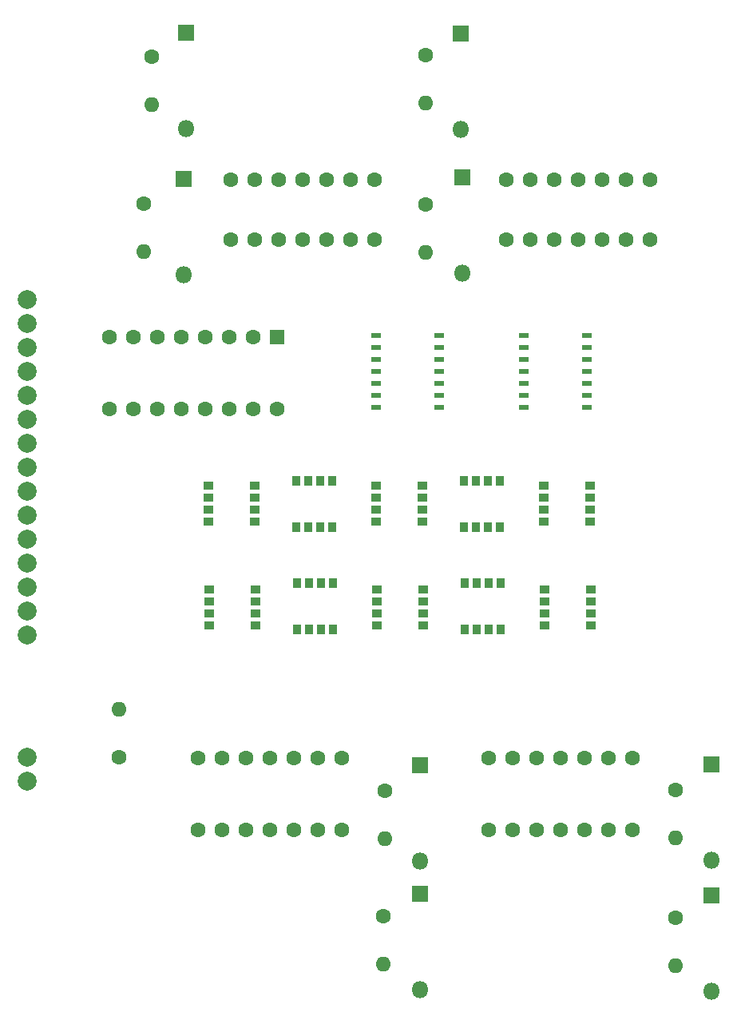
<source format=gbr>
%TF.GenerationSoftware,KiCad,Pcbnew,(5.1.7)-1*%
%TF.CreationDate,2021-02-06T18:02:14-06:00*%
%TF.ProjectId,SLEDBoard,534c4544-426f-4617-9264-2e6b69636164,v01*%
%TF.SameCoordinates,Original*%
%TF.FileFunction,Soldermask,Top*%
%TF.FilePolarity,Negative*%
%FSLAX46Y46*%
G04 Gerber Fmt 4.6, Leading zero omitted, Abs format (unit mm)*
G04 Created by KiCad (PCBNEW (5.1.7)-1) date 2021-02-06 18:02:14*
%MOMM*%
%LPD*%
G01*
G04 APERTURE LIST*
%ADD10O,1.600000X1.600000*%
%ADD11C,1.600000*%
%ADD12O,1.800000X1.800000*%
%ADD13R,1.800000X1.800000*%
%ADD14R,1.100000X0.510000*%
%ADD15R,1.600000X1.600000*%
%ADD16R,1.100000X0.900000*%
%ADD17R,0.900000X1.100000*%
%ADD18C,2.000000*%
G04 APERTURE END LIST*
D10*
%TO.C,R18*%
X48025000Y-77130000D03*
D11*
X48025000Y-72050000D03*
%TD*%
D10*
%TO.C,R16*%
X47200000Y-92705000D03*
D11*
X47200000Y-87625000D03*
%TD*%
D10*
%TO.C,R14*%
X77100000Y-76980000D03*
D11*
X77100000Y-71900000D03*
%TD*%
D10*
%TO.C,R12*%
X77100000Y-92780000D03*
D11*
X77100000Y-87700000D03*
%TD*%
D10*
%TO.C,R10*%
X103600000Y-168405000D03*
D11*
X103600000Y-163325000D03*
%TD*%
D10*
%TO.C,R8*%
X103625000Y-154855000D03*
D11*
X103625000Y-149775000D03*
%TD*%
D10*
%TO.C,R6*%
X72600000Y-168180000D03*
D11*
X72600000Y-163100000D03*
%TD*%
D10*
%TO.C,R4*%
X72759400Y-154934000D03*
D11*
X72759400Y-149854000D03*
%TD*%
D12*
%TO.C,D8*%
X51675000Y-79635000D03*
D13*
X51675000Y-69475000D03*
%TD*%
D12*
%TO.C,D7*%
X51400000Y-95135000D03*
D13*
X51400000Y-84975000D03*
%TD*%
D12*
%TO.C,D6*%
X80850000Y-79710000D03*
D13*
X80850000Y-69550000D03*
%TD*%
D12*
%TO.C,D5*%
X81000000Y-94985000D03*
D13*
X81000000Y-84825000D03*
%TD*%
D12*
%TO.C,D4*%
X107375000Y-171085000D03*
D13*
X107375000Y-160925000D03*
%TD*%
D12*
%TO.C,D3*%
X107400000Y-157235000D03*
D13*
X107400000Y-147075000D03*
%TD*%
D12*
%TO.C,D2*%
X76500000Y-170960000D03*
D13*
X76500000Y-160800000D03*
%TD*%
%TO.C,D1*%
X76500000Y-147100000D03*
D12*
X76500000Y-157260000D03*
%TD*%
D11*
%TO.C,U10*%
X71655000Y-85100000D03*
X69115000Y-85100000D03*
X66575000Y-85100000D03*
X64035000Y-85100000D03*
X61495000Y-85100000D03*
X58955000Y-85100000D03*
X56415000Y-85100000D03*
%TD*%
%TO.C,U9*%
X71655000Y-91450000D03*
X69115000Y-91450000D03*
X66575000Y-91450000D03*
X64035000Y-91450000D03*
X61495000Y-91450000D03*
X58955000Y-91450000D03*
X56415000Y-91450000D03*
%TD*%
%TO.C,U8*%
X100865000Y-85100000D03*
X98325000Y-85100000D03*
X95785000Y-85100000D03*
X93245000Y-85100000D03*
X90705000Y-85100000D03*
X88165000Y-85100000D03*
X85625000Y-85100000D03*
%TD*%
%TO.C,U7*%
X100865000Y-91450000D03*
X98325000Y-91450000D03*
X95785000Y-91450000D03*
X93245000Y-91450000D03*
X90705000Y-91450000D03*
X88165000Y-91450000D03*
X85625000Y-91450000D03*
%TD*%
%TO.C,U6*%
X83800000Y-154025000D03*
X86340000Y-154025000D03*
X88880000Y-154025000D03*
X91420000Y-154025000D03*
X93960000Y-154025000D03*
X96500000Y-154025000D03*
X99040000Y-154025000D03*
%TD*%
%TO.C,U5*%
X83800000Y-146405000D03*
X86340000Y-146405000D03*
X88880000Y-146405000D03*
X91420000Y-146405000D03*
X93960000Y-146405000D03*
X96500000Y-146405000D03*
X99040000Y-146405000D03*
%TD*%
%TO.C,U4*%
X52960000Y-154025000D03*
X55500000Y-154025000D03*
X58040000Y-154025000D03*
X60580000Y-154025000D03*
X63120000Y-154025000D03*
X65660000Y-154025000D03*
X68200000Y-154025000D03*
%TD*%
%TO.C,U3*%
X52985000Y-146405000D03*
X55525000Y-146405000D03*
X58065000Y-146405000D03*
X60605000Y-146405000D03*
X63145000Y-146405000D03*
X65685000Y-146405000D03*
X68225000Y-146405000D03*
%TD*%
D14*
%TO.C,3SB1*%
X94210200Y-101610000D03*
X94210200Y-102880000D03*
X94210200Y-104150000D03*
X94210200Y-105420000D03*
X94210200Y-106690000D03*
X94210200Y-107960000D03*
X94210200Y-109230000D03*
X87510200Y-109230000D03*
X87510200Y-107960000D03*
X87510200Y-106690000D03*
X87510200Y-105420000D03*
X87510200Y-104150000D03*
X87510200Y-102880000D03*
X87510200Y-101610000D03*
%TD*%
%TO.C,3SB2*%
X78513000Y-101610000D03*
X78513000Y-102880000D03*
X78513000Y-104150000D03*
X78513000Y-105420000D03*
X78513000Y-106690000D03*
X78513000Y-107960000D03*
X78513000Y-109230000D03*
X71813000Y-109230000D03*
X71813000Y-107960000D03*
X71813000Y-106690000D03*
X71813000Y-105420000D03*
X71813000Y-104150000D03*
X71813000Y-102880000D03*
X71813000Y-101610000D03*
%TD*%
D11*
%TO.C,DECODER1*%
X43537200Y-109357000D03*
X43537200Y-101737000D03*
X61317200Y-109357000D03*
X58777200Y-109357000D03*
X56237200Y-109357000D03*
X53697200Y-109357000D03*
X51157200Y-109357000D03*
X48617200Y-109357000D03*
X46077200Y-109357000D03*
X46077200Y-101737000D03*
X48617200Y-101737000D03*
X51157200Y-101737000D03*
X53697200Y-101737000D03*
X56237200Y-101737000D03*
X58777200Y-101737000D03*
D15*
X61317200Y-101737000D03*
%TD*%
D16*
%TO.C,LED1*%
X58949920Y-121300080D03*
X58949920Y-120030080D03*
X58949920Y-118760080D03*
X58949920Y-117490080D03*
X54049920Y-121300080D03*
X54049920Y-120030080D03*
X54049920Y-118760080D03*
X54049920Y-117490080D03*
%TD*%
%TO.C,LED2*%
X59024920Y-132285080D03*
X59024920Y-131015080D03*
X59024920Y-129745080D03*
X59024920Y-128475080D03*
X54124920Y-132285080D03*
X54124920Y-131015080D03*
X54124920Y-129745080D03*
X54124920Y-128475080D03*
%TD*%
D17*
%TO.C,LED3*%
X63394920Y-121924920D03*
X64664920Y-121924920D03*
X65934920Y-121924920D03*
X67204920Y-121924920D03*
X63394920Y-117024920D03*
X64664920Y-117024920D03*
X65934920Y-117024920D03*
X67204920Y-117024920D03*
%TD*%
%TO.C,LED4*%
X67290080Y-127840080D03*
X66020080Y-127840080D03*
X64750080Y-127840080D03*
X63480080Y-127840080D03*
X67290080Y-132740080D03*
X66020080Y-132740080D03*
X64750080Y-132740080D03*
X63480080Y-132740080D03*
%TD*%
D16*
%TO.C,LED5*%
X76729920Y-121300080D03*
X76729920Y-120030080D03*
X76729920Y-118760080D03*
X76729920Y-117490080D03*
X71829920Y-121300080D03*
X71829920Y-120030080D03*
X71829920Y-118760080D03*
X71829920Y-117490080D03*
%TD*%
%TO.C,LED6*%
X76804920Y-132285080D03*
X76804920Y-131015080D03*
X76804920Y-129745080D03*
X76804920Y-128475080D03*
X71904920Y-132285080D03*
X71904920Y-131015080D03*
X71904920Y-129745080D03*
X71904920Y-128475080D03*
%TD*%
D17*
%TO.C,LED7*%
X81174920Y-121924920D03*
X82444920Y-121924920D03*
X83714920Y-121924920D03*
X84984920Y-121924920D03*
X81174920Y-117024920D03*
X82444920Y-117024920D03*
X83714920Y-117024920D03*
X84984920Y-117024920D03*
%TD*%
%TO.C,LED8*%
X85070080Y-127840080D03*
X83800080Y-127840080D03*
X82530080Y-127840080D03*
X81260080Y-127840080D03*
X85070080Y-132740080D03*
X83800080Y-132740080D03*
X82530080Y-132740080D03*
X81260080Y-132740080D03*
%TD*%
D16*
%TO.C,LED9*%
X94509920Y-121300080D03*
X94509920Y-120030080D03*
X94509920Y-118760080D03*
X94509920Y-117490080D03*
X89609920Y-121300080D03*
X89609920Y-120030080D03*
X89609920Y-118760080D03*
X89609920Y-117490080D03*
%TD*%
%TO.C,LED10*%
X94584920Y-132285080D03*
X94584920Y-131015080D03*
X94584920Y-129745080D03*
X94584920Y-128475080D03*
X89684920Y-132285080D03*
X89684920Y-131015080D03*
X89684920Y-129745080D03*
X89684920Y-128475080D03*
%TD*%
D10*
%TO.C,R1*%
X44550000Y-141245000D03*
D11*
X44550000Y-146325000D03*
%TD*%
D18*
%TO.C,VDD*%
X34850000Y-146300000D03*
X34850000Y-148840000D03*
%TD*%
%TO.C,U2*%
X34825000Y-97800000D03*
X34825000Y-100340000D03*
X34825000Y-102880000D03*
X34825000Y-105420000D03*
X34825000Y-107960000D03*
X34825000Y-110500000D03*
X34825000Y-113040000D03*
X34825000Y-115580000D03*
X34825000Y-118120000D03*
X34825000Y-120660000D03*
X34825000Y-123200000D03*
X34825000Y-125740000D03*
X34825000Y-128280000D03*
X34825000Y-130820000D03*
X34825000Y-133360000D03*
%TD*%
M02*

</source>
